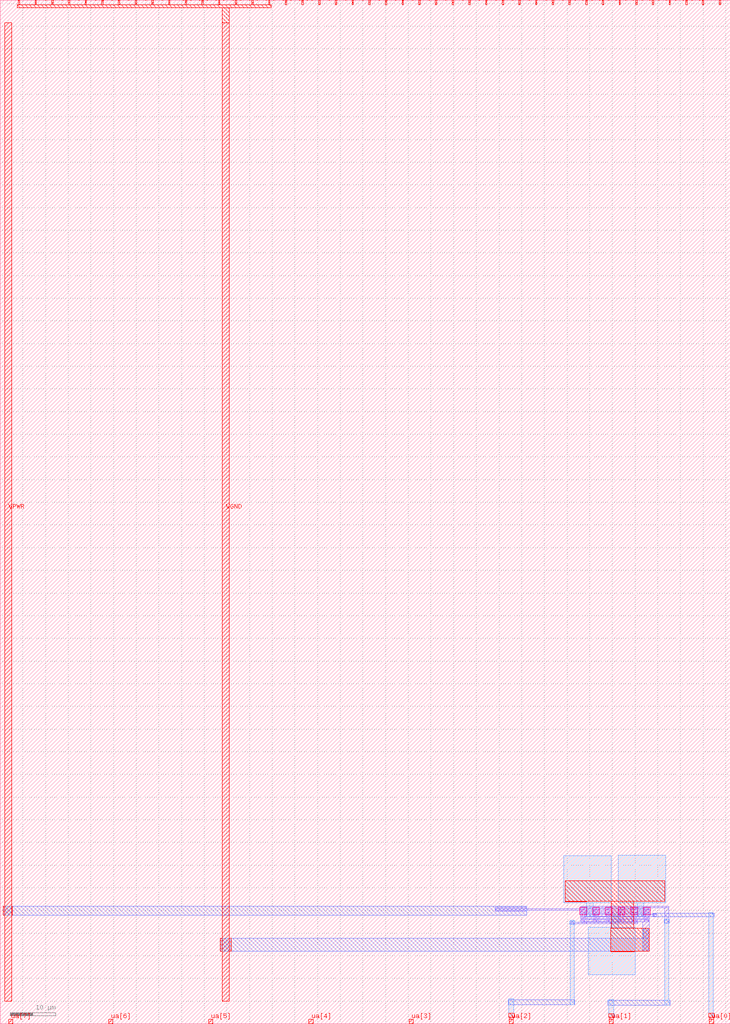
<source format=lef>
VERSION 5.7 ;
  NOWIREEXTENSIONATPIN ON ;
  DIVIDERCHAR "/" ;
  BUSBITCHARS "[]" ;
MACRO tt_um_nurirfansyah_alits02
  CLASS BLOCK ;
  FOREIGN tt_um_nurirfansyah_alits02 ;
  ORIGIN 0.000 0.000 ;
  SIZE 161.000 BY 225.760 ;
  PIN clk
    DIRECTION INPUT ;
    USE SIGNAL ;
    PORT
      LAYER met4 ;
        RECT 154.870 224.760 155.170 225.760 ;
    END
  END clk
  PIN ena
    DIRECTION INPUT ;
    USE SIGNAL ;
    PORT
      LAYER met4 ;
        RECT 158.550 224.760 158.850 225.760 ;
    END
  END ena
  PIN rst_n
    DIRECTION INPUT ;
    USE SIGNAL ;
    PORT
      LAYER met4 ;
        RECT 151.190 224.760 151.490 225.760 ;
    END
  END rst_n
  PIN ua[0]
    DIRECTION INOUT ;
    USE SIGNAL ;
    ANTENNADIFFAREA 0.810000 ;
    PORT
      LAYER met4 ;
        RECT 156.410 0.000 157.310 1.000 ;
    END
  END ua[0]
  PIN ua[1]
    DIRECTION INOUT ;
    USE SIGNAL ;
    ANTENNAGATEAREA 0.270000 ;
    PORT
      LAYER met4 ;
        RECT 134.330 0.000 135.230 1.000 ;
    END
  END ua[1]
  PIN ua[2]
    DIRECTION INOUT ;
    USE SIGNAL ;
    ANTENNAGATEAREA 0.270000 ;
    PORT
      LAYER met4 ;
        RECT 112.250 0.000 113.150 1.000 ;
    END
  END ua[2]
  PIN ua[3]
    DIRECTION INOUT ;
    USE SIGNAL ;
    PORT
      LAYER met4 ;
        RECT 90.170 0.000 91.070 1.000 ;
    END
  END ua[3]
  PIN ua[4]
    DIRECTION INOUT ;
    USE SIGNAL ;
    PORT
      LAYER met4 ;
        RECT 68.090 0.000 68.990 1.000 ;
    END
  END ua[4]
  PIN ua[5]
    DIRECTION INOUT ;
    USE SIGNAL ;
    PORT
      LAYER met4 ;
        RECT 46.010 0.000 46.910 1.000 ;
    END
  END ua[5]
  PIN ua[6]
    DIRECTION INOUT ;
    USE SIGNAL ;
    PORT
      LAYER met4 ;
        RECT 23.930 0.000 24.830 1.000 ;
    END
  END ua[6]
  PIN ua[7]
    DIRECTION INOUT ;
    USE SIGNAL ;
    PORT
      LAYER met4 ;
        RECT 1.850 0.000 2.750 1.000 ;
    END
  END ua[7]
  PIN ui_in[0]
    DIRECTION INPUT ;
    USE SIGNAL ;
    PORT
      LAYER met4 ;
        RECT 147.510 224.760 147.810 225.760 ;
    END
  END ui_in[0]
  PIN ui_in[1]
    DIRECTION INPUT ;
    USE SIGNAL ;
    PORT
      LAYER met4 ;
        RECT 143.830 224.760 144.130 225.760 ;
    END
  END ui_in[1]
  PIN ui_in[2]
    DIRECTION INPUT ;
    USE SIGNAL ;
    PORT
      LAYER met4 ;
        RECT 140.150 224.760 140.450 225.760 ;
    END
  END ui_in[2]
  PIN ui_in[3]
    DIRECTION INPUT ;
    USE SIGNAL ;
    PORT
      LAYER met4 ;
        RECT 136.470 224.760 136.770 225.760 ;
    END
  END ui_in[3]
  PIN ui_in[4]
    DIRECTION INPUT ;
    USE SIGNAL ;
    PORT
      LAYER met4 ;
        RECT 132.790 224.760 133.090 225.760 ;
    END
  END ui_in[4]
  PIN ui_in[5]
    DIRECTION INPUT ;
    USE SIGNAL ;
    PORT
      LAYER met4 ;
        RECT 129.110 224.760 129.410 225.760 ;
    END
  END ui_in[5]
  PIN ui_in[6]
    DIRECTION INPUT ;
    USE SIGNAL ;
    PORT
      LAYER met4 ;
        RECT 125.430 224.760 125.730 225.760 ;
    END
  END ui_in[6]
  PIN ui_in[7]
    DIRECTION INPUT ;
    USE SIGNAL ;
    PORT
      LAYER met4 ;
        RECT 121.750 224.760 122.050 225.760 ;
    END
  END ui_in[7]
  PIN uio_in[0]
    DIRECTION INPUT ;
    USE SIGNAL ;
    PORT
      LAYER met4 ;
        RECT 118.070 224.760 118.370 225.760 ;
    END
  END uio_in[0]
  PIN uio_in[1]
    DIRECTION INPUT ;
    USE SIGNAL ;
    PORT
      LAYER met4 ;
        RECT 114.390 224.760 114.690 225.760 ;
    END
  END uio_in[1]
  PIN uio_in[2]
    DIRECTION INPUT ;
    USE SIGNAL ;
    PORT
      LAYER met4 ;
        RECT 110.710 224.760 111.010 225.760 ;
    END
  END uio_in[2]
  PIN uio_in[3]
    DIRECTION INPUT ;
    USE SIGNAL ;
    PORT
      LAYER met4 ;
        RECT 107.030 224.760 107.330 225.760 ;
    END
  END uio_in[3]
  PIN uio_in[4]
    DIRECTION INPUT ;
    USE SIGNAL ;
    PORT
      LAYER met4 ;
        RECT 103.350 224.760 103.650 225.760 ;
    END
  END uio_in[4]
  PIN uio_in[5]
    DIRECTION INPUT ;
    USE SIGNAL ;
    PORT
      LAYER met4 ;
        RECT 99.670 224.760 99.970 225.760 ;
    END
  END uio_in[5]
  PIN uio_in[6]
    DIRECTION INPUT ;
    USE SIGNAL ;
    PORT
      LAYER met4 ;
        RECT 95.990 224.760 96.290 225.760 ;
    END
  END uio_in[6]
  PIN uio_in[7]
    DIRECTION INPUT ;
    USE SIGNAL ;
    PORT
      LAYER met4 ;
        RECT 92.310 224.760 92.610 225.760 ;
    END
  END uio_in[7]
  PIN uio_oe[0]
    DIRECTION OUTPUT ;
    USE SIGNAL ;
    ANTENNADIFFAREA 2.092500 ;
    PORT
      LAYER met4 ;
        RECT 29.750 224.760 30.050 225.760 ;
    END
  END uio_oe[0]
  PIN uio_oe[1]
    DIRECTION OUTPUT ;
    USE SIGNAL ;
    ANTENNADIFFAREA 2.092500 ;
    PORT
      LAYER met4 ;
        RECT 26.070 224.760 26.370 225.760 ;
    END
  END uio_oe[1]
  PIN uio_oe[2]
    DIRECTION OUTPUT ;
    USE SIGNAL ;
    ANTENNADIFFAREA 2.092500 ;
    PORT
      LAYER met4 ;
        RECT 22.390 224.760 22.690 225.760 ;
    END
  END uio_oe[2]
  PIN uio_oe[3]
    DIRECTION OUTPUT ;
    USE SIGNAL ;
    ANTENNADIFFAREA 2.092500 ;
    PORT
      LAYER met4 ;
        RECT 18.710 224.760 19.010 225.760 ;
    END
  END uio_oe[3]
  PIN uio_oe[4]
    DIRECTION OUTPUT ;
    USE SIGNAL ;
    ANTENNADIFFAREA 2.092500 ;
    PORT
      LAYER met4 ;
        RECT 15.030 224.760 15.330 225.760 ;
    END
  END uio_oe[4]
  PIN uio_oe[5]
    DIRECTION OUTPUT ;
    USE SIGNAL ;
    ANTENNADIFFAREA 2.092500 ;
    PORT
      LAYER met4 ;
        RECT 11.350 224.760 11.650 225.760 ;
    END
  END uio_oe[5]
  PIN uio_oe[6]
    DIRECTION OUTPUT ;
    USE SIGNAL ;
    ANTENNADIFFAREA 2.092500 ;
    PORT
      LAYER met4 ;
        RECT 7.670 224.760 7.970 225.760 ;
    END
  END uio_oe[6]
  PIN uio_oe[7]
    DIRECTION OUTPUT ;
    USE SIGNAL ;
    ANTENNADIFFAREA 2.092500 ;
    PORT
      LAYER met4 ;
        RECT 3.990 224.760 4.290 225.760 ;
    END
  END uio_oe[7]
  PIN uio_out[0]
    DIRECTION OUTPUT ;
    USE SIGNAL ;
    ANTENNADIFFAREA 2.092500 ;
    PORT
      LAYER met4 ;
        RECT 59.190 224.760 59.490 225.760 ;
    END
  END uio_out[0]
  PIN uio_out[1]
    DIRECTION OUTPUT ;
    USE SIGNAL ;
    ANTENNADIFFAREA 2.092500 ;
    PORT
      LAYER met4 ;
        RECT 55.510 224.760 55.810 225.760 ;
    END
  END uio_out[1]
  PIN uio_out[2]
    DIRECTION OUTPUT ;
    USE SIGNAL ;
    ANTENNADIFFAREA 2.092500 ;
    PORT
      LAYER met4 ;
        RECT 51.830 224.760 52.130 225.760 ;
    END
  END uio_out[2]
  PIN uio_out[3]
    DIRECTION OUTPUT ;
    USE SIGNAL ;
    ANTENNADIFFAREA 2.092500 ;
    PORT
      LAYER met4 ;
        RECT 48.150 224.760 48.450 225.760 ;
    END
  END uio_out[3]
  PIN uio_out[4]
    DIRECTION OUTPUT ;
    USE SIGNAL ;
    ANTENNADIFFAREA 2.092500 ;
    PORT
      LAYER met4 ;
        RECT 44.470 224.760 44.770 225.760 ;
    END
  END uio_out[4]
  PIN uio_out[5]
    DIRECTION OUTPUT ;
    USE SIGNAL ;
    ANTENNADIFFAREA 2.092500 ;
    PORT
      LAYER met4 ;
        RECT 40.790 224.760 41.090 225.760 ;
    END
  END uio_out[5]
  PIN uio_out[6]
    DIRECTION OUTPUT ;
    USE SIGNAL ;
    ANTENNADIFFAREA 2.092500 ;
    PORT
      LAYER met4 ;
        RECT 37.110 224.760 37.410 225.760 ;
    END
  END uio_out[6]
  PIN uio_out[7]
    DIRECTION OUTPUT ;
    USE SIGNAL ;
    ANTENNADIFFAREA 2.092500 ;
    PORT
      LAYER met4 ;
        RECT 33.430 224.760 33.730 225.760 ;
    END
  END uio_out[7]
  PIN uo_out[0]
    DIRECTION OUTPUT ;
    USE SIGNAL ;
    PORT
      LAYER met4 ;
        RECT 88.630 224.760 88.930 225.760 ;
    END
  END uo_out[0]
  PIN uo_out[1]
    DIRECTION OUTPUT ;
    USE SIGNAL ;
    PORT
      LAYER met4 ;
        RECT 84.950 224.760 85.250 225.760 ;
    END
  END uo_out[1]
  PIN uo_out[2]
    DIRECTION OUTPUT ;
    USE SIGNAL ;
    PORT
      LAYER met4 ;
        RECT 81.270 224.760 81.570 225.760 ;
    END
  END uo_out[2]
  PIN uo_out[3]
    DIRECTION OUTPUT ;
    USE SIGNAL ;
    PORT
      LAYER met4 ;
        RECT 77.590 224.760 77.890 225.760 ;
    END
  END uo_out[3]
  PIN uo_out[4]
    DIRECTION OUTPUT ;
    USE SIGNAL ;
    PORT
      LAYER met4 ;
        RECT 73.910 224.760 74.210 225.760 ;
    END
  END uo_out[4]
  PIN uo_out[5]
    DIRECTION OUTPUT ;
    USE SIGNAL ;
    PORT
      LAYER met4 ;
        RECT 70.230 224.760 70.530 225.760 ;
    END
  END uo_out[5]
  PIN uo_out[6]
    DIRECTION OUTPUT ;
    USE SIGNAL ;
    PORT
      LAYER met4 ;
        RECT 66.550 224.760 66.850 225.760 ;
    END
  END uo_out[6]
  PIN uo_out[7]
    DIRECTION OUTPUT ;
    USE SIGNAL ;
    PORT
      LAYER met4 ;
        RECT 62.870 224.760 63.170 225.760 ;
    END
  END uo_out[7]
  PIN VPWR
    DIRECTION INOUT ;
    USE POWER ;
    PORT
      LAYER met4 ;
        RECT 1.000 5.000 2.500 220.760 ;
    END
  END VPWR
  PIN VGND
    DIRECTION INOUT ;
    USE GROUND ;
    PORT
      LAYER met4 ;
        RECT 49.000 5.000 50.500 220.760 ;
    END
  END VGND
  OBS
      LAYER nwell ;
        RECT 127.850 24.000 129.350 25.650 ;
        RECT 130.650 24.000 132.150 25.650 ;
        RECT 133.450 24.000 134.950 25.650 ;
        RECT 136.250 24.000 137.750 25.650 ;
        RECT 139.050 24.000 140.550 25.650 ;
        RECT 141.850 24.000 143.350 25.650 ;
      LAYER li1 ;
        RECT 128.050 25.100 128.600 25.400 ;
        RECT 128.800 25.000 129.350 25.950 ;
        RECT 130.850 25.100 131.950 25.400 ;
        RECT 133.650 25.100 134.200 25.400 ;
        RECT 128.050 23.200 128.450 24.850 ;
        RECT 128.750 24.150 129.150 24.750 ;
        RECT 130.850 24.300 131.250 25.100 ;
        RECT 133.650 25.000 134.050 25.100 ;
        RECT 134.400 25.000 134.950 25.950 ;
        RECT 136.450 25.100 137.550 25.400 ;
        RECT 139.250 25.100 139.800 25.400 ;
        RECT 128.750 23.750 129.350 24.150 ;
        RECT 130.650 23.850 131.300 24.100 ;
        RECT 128.750 23.200 129.150 23.750 ;
        RECT 128.050 22.550 128.600 22.850 ;
        RECT 128.800 22.000 129.350 22.950 ;
        RECT 130.850 22.850 131.250 23.650 ;
        RECT 131.550 23.200 131.950 24.750 ;
        RECT 133.650 23.200 134.050 24.750 ;
        RECT 134.350 24.150 134.750 24.750 ;
        RECT 136.450 24.300 136.850 25.100 ;
        RECT 139.250 25.000 139.650 25.100 ;
        RECT 140.000 25.000 140.550 25.950 ;
        RECT 142.050 25.100 143.150 25.400 ;
        RECT 134.350 23.750 134.950 24.150 ;
        RECT 136.250 23.850 136.900 24.100 ;
        RECT 134.350 23.200 134.750 23.750 ;
        RECT 130.850 22.550 131.950 22.850 ;
        RECT 133.650 22.550 134.200 22.850 ;
        RECT 134.400 22.000 134.950 22.950 ;
        RECT 136.450 22.850 136.850 23.650 ;
        RECT 137.150 23.200 137.550 24.750 ;
        RECT 139.250 23.200 139.650 24.750 ;
        RECT 139.950 24.150 140.350 24.750 ;
        RECT 142.050 24.300 142.450 25.100 ;
        RECT 139.950 23.750 140.550 24.150 ;
        RECT 141.850 23.850 142.500 24.100 ;
        RECT 139.950 23.200 140.350 23.750 ;
        RECT 136.450 22.550 137.550 22.850 ;
        RECT 139.250 22.550 139.800 22.850 ;
        RECT 140.000 22.000 140.550 22.950 ;
        RECT 142.050 22.850 142.450 23.650 ;
        RECT 142.750 23.200 143.150 24.750 ;
        RECT 142.050 22.550 143.150 22.850 ;
      LAYER met1 ;
        RECT 109.150 25.400 115.950 25.650 ;
        RECT 128.050 25.550 147.400 25.950 ;
        RECT 109.150 25.000 143.150 25.400 ;
        RECT 109.150 24.800 115.950 25.000 ;
        RECT 128.050 24.350 143.150 24.750 ;
        RECT 128.050 23.600 128.450 24.350 ;
        RECT 142.750 24.200 143.150 24.350 ;
        RECT 143.900 24.200 144.650 24.300 ;
        RECT 128.750 23.750 131.300 24.200 ;
        RECT 131.550 23.750 134.050 24.200 ;
        RECT 134.350 23.750 136.900 24.200 ;
        RECT 137.150 23.750 139.650 24.200 ;
        RECT 139.950 23.750 142.500 24.200 ;
        RECT 142.750 23.700 144.650 24.200 ;
        RECT 142.750 23.600 143.150 23.700 ;
        RECT 128.050 23.200 143.150 23.600 ;
        RECT 143.900 23.550 144.650 23.700 ;
        RECT 125.650 22.400 126.700 22.600 ;
        RECT 128.050 22.550 143.150 22.950 ;
        RECT 125.650 22.000 140.550 22.400 ;
        RECT 125.650 21.900 126.700 22.000 ;
        RECT 141.750 15.950 143.150 22.550 ;
        RECT 146.550 22.200 147.400 25.550 ;
      LAYER met2 ;
        RECT 0.700 23.950 116.150 25.950 ;
        RECT 129.250 23.750 130.750 24.200 ;
        RECT 134.850 23.750 136.350 24.200 ;
        RECT 140.450 23.750 141.950 24.200 ;
        RECT 143.900 23.550 157.450 24.350 ;
        RECT 125.650 21.900 126.700 22.600 ;
        RECT 146.450 22.200 147.500 23.100 ;
        RECT 141.850 18.850 143.150 21.050 ;
        RECT 48.550 15.950 143.150 18.850 ;
        RECT 112.050 4.150 126.650 5.250 ;
        RECT 133.950 4.100 147.750 5.150 ;
      LAYER met3 ;
        RECT 124.250 26.650 134.700 37.100 ;
        RECT 136.300 26.700 146.750 37.150 ;
        RECT 0.700 23.950 2.700 25.950 ;
        RECT 129.250 23.750 130.750 26.650 ;
        RECT 125.700 22.600 126.550 22.800 ;
        RECT 125.650 21.900 126.700 22.600 ;
        RECT 48.550 15.950 51.000 18.850 ;
        RECT 112.200 2.350 113.300 5.500 ;
        RECT 125.700 4.150 126.550 21.900 ;
        RECT 134.850 21.250 136.350 24.200 ;
        RECT 140.450 23.750 141.950 26.700 ;
        RECT 129.650 10.850 140.050 21.250 ;
        RECT 141.750 15.950 143.150 21.050 ;
        RECT 112.100 1.450 113.350 2.350 ;
        RECT 134.200 2.200 135.300 5.300 ;
        RECT 146.550 5.150 147.400 23.100 ;
        RECT 146.500 4.100 147.600 5.150 ;
        RECT 134.200 1.450 135.400 2.200 ;
        RECT 156.300 1.450 157.300 24.450 ;
      LAYER met4 ;
        RECT 3.800 224.100 59.740 224.760 ;
        RECT 49.000 220.760 50.500 224.100 ;
        RECT 124.600 31.500 129.350 31.550 ;
        RECT 124.600 27.000 146.500 31.500 ;
        RECT 124.600 26.950 129.350 27.000 ;
        RECT 0.700 23.950 1.000 25.950 ;
        RECT 2.500 23.950 2.700 25.950 ;
        RECT 134.700 21.050 139.700 27.000 ;
        RECT 48.550 15.950 49.000 18.850 ;
        RECT 50.500 15.950 51.000 18.850 ;
        RECT 134.650 15.950 143.150 21.050 ;
        RECT 134.650 15.900 139.850 15.950 ;
        RECT 112.100 1.450 113.350 2.350 ;
        RECT 134.200 1.450 135.350 2.200 ;
        RECT 156.300 1.450 157.450 2.300 ;
        RECT 112.250 1.000 113.150 1.450 ;
        RECT 134.330 1.000 135.230 1.450 ;
        RECT 156.410 1.000 157.310 1.450 ;
  END
END tt_um_nurirfansyah_alits02
END LIBRARY


</source>
